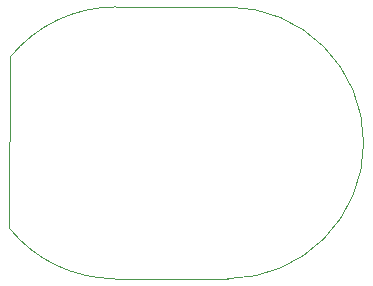
<source format=gbr>
%TF.GenerationSoftware,KiCad,Pcbnew,8.0.5*%
%TF.CreationDate,2025-01-14T10:13:25+01:00*%
%TF.ProjectId,SinglePoint,53696e67-6c65-4506-9f69-6e742e6b6963,rev?*%
%TF.SameCoordinates,Original*%
%TF.FileFunction,Profile,NP*%
%FSLAX46Y46*%
G04 Gerber Fmt 4.6, Leading zero omitted, Abs format (unit mm)*
G04 Created by KiCad (PCBNEW 8.0.5) date 2025-01-14 10:13:25*
%MOMM*%
%LPD*%
G01*
G04 APERTURE LIST*
%TA.AperFunction,Profile*%
%ADD10C,0.100000*%
%TD*%
G04 APERTURE END LIST*
D10*
X25574689Y-53748185D02*
G75*
G02*
X34500000Y-49500000I8925311J-7251815D01*
G01*
X25517063Y-68251815D02*
X25574689Y-53748185D01*
X44000000Y-72500000D02*
X34442374Y-72500000D01*
X34442374Y-72500000D02*
G75*
G02*
X25517067Y-68251812I6J11500000D01*
G01*
X44000000Y-49500000D02*
G75*
G02*
X44000000Y-72500000I0J-11500000D01*
G01*
X34500000Y-49500000D02*
X44000000Y-49500000D01*
M02*

</source>
